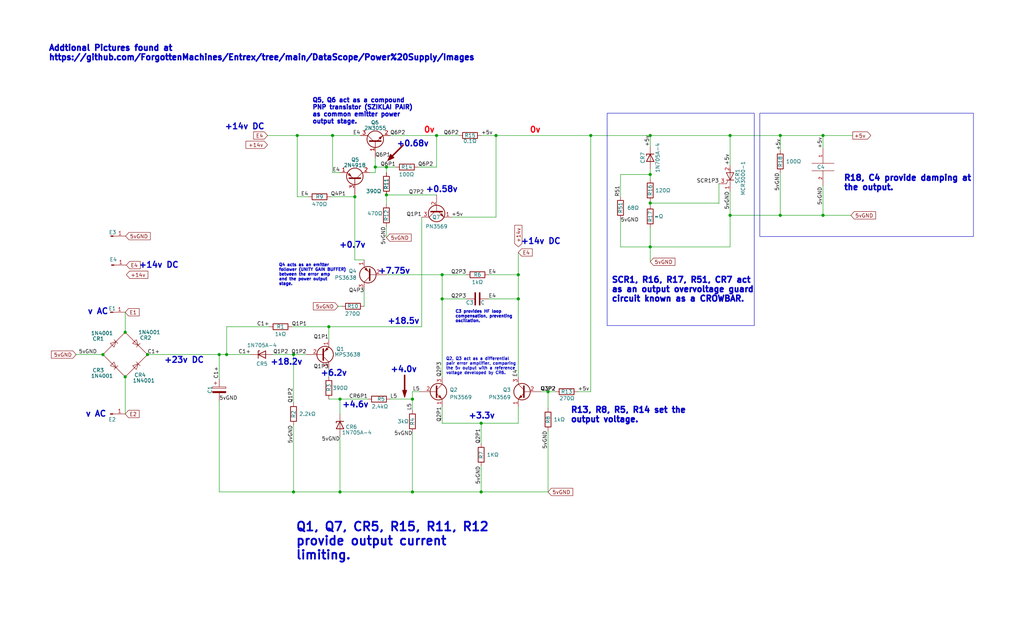
<source format=kicad_sch>
(kicad_sch (version 20230121) (generator eeschema)
  (paper "User" 350.012 219.989)
  (lib_symbols
    (symbol "Device:C" (pin_numbers hide) (pin_names (offset 0.254))
      (property "Reference" "C" (at 0.635 2.54 0))
      (property "Value" "C" (at 0.635 -2.54 0))
      (symbol "C_0_1"
        (polyline (pts (xy -2.032 -0.762) (xy 2.032 -0.762)) (stroke (width 0.508)))
        (polyline (pts (xy -2.032 0.762) (xy 2.032 0.762)) (stroke (width 0.508)))
      )
      (symbol "C_1_1"
        (pin passive line (at 0 3.81 270) (length 2.794) (name "~") (number "1"))
        (pin passive line (at 0 -3.81 90) (length 2.794) (name "~") (number "2"))
      )
    )
    (symbol "Device:C_Polarized" (pin_numbers hide) (pin_names (offset 0.254))
      (property "Reference" "C" (at 0.635 2.54 0))
      (property "Value" "C_Polarized" (at 0.635 -2.54 0))
      (symbol "C_Polarized_0_1"
        (rectangle (start -2.286 0.508) (end 2.286 1.016))
        (polyline (pts (xy -1.778 2.286) (xy -0.762 2.286)))
        (polyline (pts (xy -1.27 2.794) (xy -1.27 1.778)))
        (rectangle (start 2.286 -0.508) (end -2.286 -1.016) (fill (type outline)))
      )
      (symbol "C_Polarized_1_1"
        (pin passive line (at 0 3.81 270) (length 2.794) (name "~") (number "1"))
        (pin passive line (at 0 -3.81 90) (length 2.794) (name "~") (number "2"))
      )
    )
    (symbol "Device:D_Zener" (pin_numbers hide) (pin_names (offset 1.016) hide)
      (property "Reference" "D" (at 0 2.54 0))
      (property "Value" "D_Zener" (at 0 -2.54 0))
      (symbol "D_Zener_0_1"
        (polyline (pts (xy 1.27 0) (xy -1.27 0)))
        (polyline (pts (xy -1.27 -1.27) (xy -1.27 1.27) (xy -0.762 1.27)) (stroke (width 0.254)))
        (polyline (pts (xy 1.27 -1.27) (xy 1.27 1.27) (xy -1.27 0) (xy 1.27 -1.27)) (stroke (width 0.254)))
      )
      (symbol "D_Zener_1_1"
        (pin passive line (at -3.81 0 0) (length 2.54) (name "K") (number "1"))
        (pin passive line (at 3.81 0 180) (length 2.54) (name "A") (number "2"))
      )
    )
    (symbol "Device:R" (pin_numbers hide) (pin_names (offset 0))
      (property "Reference" "R" (at 2.032 0 90))
      (property "Value" "R" (at 0 0 90))
      (symbol "R_0_1"
        (rectangle (start -1.016 -2.54) (end 1.016 2.54) (stroke (width 0.254)))
      )
      (symbol "R_1_1"
        (pin passive line (at 0 3.81 270) (length 1.27) (name "~") (number "1"))
        (pin passive line (at 0 -3.81 90) (length 1.27) (name "~") (number "2"))
      )
    )
    (symbol "Forgotten Machines:2N4918" (pin_names (offset 0) hide)
      (property "Reference" "Q" (at 5.08 1.905 0))
      (property "Value" "2N4918" (at 5.08 0 0))
      (symbol "2N4918_0_1"
        (polyline (pts (xy 0.635 0.635) (xy 2.54 2.54)))
        (polyline (pts (xy 0.635 -0.635) (xy 2.54 -2.54) (xy 2.54 -2.54)))
        (polyline (pts (xy 0.635 1.905) (xy 0.635 -1.905) (xy 0.635 -1.905)) (stroke (width 0.508)))
        (polyline (pts (xy 2.286 -1.778) (xy 1.778 -2.286) (xy 1.27 -1.27) (xy 2.286 -1.778) (xy 2.286 -1.778)) (fill (type outline)))
        (circle (center 1.27 0) (radius 2.8194) (stroke (width 0.254)))
      )
      (symbol "2N4918_1_1"
        (pin passive line (at 2.54 -5.08 90) (length 2.54) (name "E") (number "1"))
        (pin passive line (at 2.54 5.08 270) (length 2.54) (name "C") (number "2"))
        (pin input line (at -5.08 0 0) (length 5.715) (name "B") (number "3"))
      )
    )
    (symbol "Forgotten Machines:CAP_Large_Polarized_-_Entrex_Trapezoid" (pin_names (offset 0.254))
      (property "Reference" "C14" (at -2.54 0 0))
      (property "Value" "CAP" (at 3.81 2.54 0))
      (symbol "CAP_Large_Polarized_-_Entrex_Trapezoid_0_1"
        (polyline (pts (xy -3.81 -1.27) (xy 3.81 -1.27)))
        (polyline (pts (xy -3.81 1.27) (xy 3.81 1.27)))
      )
      (symbol "CAP_Large_Polarized_-_Entrex_Trapezoid_1_1"
        (pin passive line (at 0 6.35 270) (length 5.08) (name "~") (number "1"))
        (pin passive line (at 0 -6.35 90) (length 5.08) (name "~") (number "2"))
      )
    )
    (symbol "ForgottenMachines:Diagonal Diode for Full Wave Bridge Lower" (pin_names (offset 0))
      (property "Reference" "CR" (at -1.27 0 0))
      (property "Value" "1N4001" (at -1.27 -2.54 0))
      (symbol "Diagonal Diode for Full Wave Bridge Lower_0_1"
        (polyline (pts (xy -5.08 -1.27) (xy 2.54 6.35)))
        (polyline (pts (xy -1.27 3.81) (xy 0 2.54)))
        (polyline (pts (xy -0.635 3.175) (xy -2.54 2.54) (xy -1.27 1.27) (xy -0.635 3.175)))
      )
      (symbol "Diagonal Diode for Full Wave Bridge Lower_1_1"
        (pin passive line (at 2.54 6.35 180) (length 0) (name "") (number ""))
        (pin passive line (at -5.08 -1.27 90) (length 0) (name "~") (number ""))
      )
    )
    (symbol "ForgottenMachines:FPN3569_Transistor" (pin_names (offset 0) hide)
      (property "Reference" "Q" (at 5.08 1.905 0))
      (property "Value" "PN3569" (at 5.08 0 0))
      (symbol "FPN3569_Transistor_0_1"
        (polyline (pts (xy 0.635 0.635) (xy 2.54 2.54)))
        (polyline (pts (xy 0.635 -0.635) (xy 2.54 -2.54) (xy 2.54 -2.54)))
        (polyline (pts (xy 0.635 1.905) (xy 0.635 -1.905) (xy 0.635 -1.905)) (stroke (width 0.508)))
        (polyline (pts (xy 1.27 -1.778) (xy 1.778 -1.27) (xy 2.286 -2.286) (xy 1.27 -1.778) (xy 1.27 -1.778)) (fill (type outline)))
        (circle (center 1.27 0) (radius 2.8194) (stroke (width 0.254)))
      )
      (symbol "FPN3569_Transistor_1_1"
        (pin passive line (at 2.54 -5.08 90) (length 2.54) (name "E") (number "1"))
        (pin passive line (at -5.08 0 0) (length 5.715) (name "B") (number "2"))
        (pin passive line (at 2.54 5.08 270) (length 2.54) (name "C") (number "3"))
      )
    )
    (symbol "ForgottenMachines:MCR3000-1" (pin_names (offset 0) hide)
      (property "Reference" "SCR" (at 1.27 3.81 0))
      (property "Value" "MCR3000-1" (at 1.27 1.905 0))
      (symbol "MCR3000-1_0_1"
        (polyline (pts (xy 1.27 -1.27) (xy 1.27 1.27)) (stroke (width 0.2032)))
        (polyline (pts (xy 2.54 -1.27) (xy 1.27 -0.635)))
        (polyline (pts (xy 2.54 0) (xy -2.54 0)))
        (polyline (pts (xy -1.27 -1.27) (xy -1.27 1.27) (xy 1.27 0) (xy -1.27 -1.27)) (stroke (width 0.2032)))
      )
      (symbol "MCR3000-1_1_1"
        (pin passive line (at 5.08 0 180) (length 2.54) (name "K") (number "1"))
        (pin passive line (at -3.81 0 0) (length 2.54) (name "A") (number "2"))
        (pin input line (at 2.54 -3.81 90) (length 2.54) (name "G") (number "3"))
      )
    )
    (symbol "ForgottenMachines:MPS3638_Transistor" (pin_names (offset 0) hide)
      (property "Reference" "Q" (at 5.08 1.905 0))
      (property "Value" "MPS3638" (at 5.08 0 0))
      (symbol "MPS3638_Transistor_0_1"
        (polyline (pts (xy 0.635 0.635) (xy 2.54 2.54)))
        (polyline (pts (xy 0.635 -0.635) (xy 2.54 -2.54) (xy 2.54 -2.54)))
        (polyline (pts (xy 0.635 1.905) (xy 0.635 -1.905) (xy 0.635 -1.905)) (stroke (width 0.508)))
        (polyline (pts (xy 2.286 -1.778) (xy 1.778 -2.286) (xy 1.27 -1.27) (xy 2.286 -1.778) (xy 2.286 -1.778)) (fill (type outline)))
        (circle (center 1.27 0) (radius 2.8194) (stroke (width 0.254)))
      )
      (symbol "MPS3638_Transistor_1_1"
        (pin passive line (at 2.54 -5.08 90) (length 2.54) (name "E") (number "1"))
        (pin input line (at -5.08 0 0) (length 5.715) (name "B") (number "2"))
        (pin passive line (at 2.54 5.08 270) (length 2.54) (name "C") (number "3"))
      )
    )
    (symbol "ForgottenMachines:Spade_Lug_Connector_-_Entrex_PSU" (pin_names (offset 1.016) hide)
      (property "Reference" "E" (at 0 2.54 0))
      (symbol "Spade_Lug_Connector_-_Entrex_PSU_1_1"
        (polyline (pts (xy 1.27 0) (xy 0.8636 0)) (stroke (width 0.1524)))
        (rectangle (start 0.8636 0.127) (end 0 -0.127) (stroke (width 0.1524)) (fill (type outline)))
        (pin passive line (at 5.08 0 180) (length 3.81) (name "Pin_1") (number "1"))
      )
    )
    (symbol "Graphic:SYM_Arrow45_Large" (in_bom no) (on_board no)
      (symbol "SYM_Arrow45_Large_0_1"
        (polyline (pts (xy -2.54 2.54) (xy 2.286 -2.286)) (stroke (width 0.508)))
        (polyline (pts (xy 2.794 -2.794) (xy 0.508 -1.778) (xy 1.778 -0.508) (xy 2.794 -2.794)) (fill (type outline)))
      )
    )
    (symbol "Graphic:SYM_Arrow_Large" (in_bom no) (on_board no)
      (symbol "SYM_Arrow_Large_0_1"
        (polyline (pts (xy 2.54 0) (xy -3.81 0)) (stroke (width 0.508)))
        (polyline (pts (xy 3.81 0) (xy 1.27 -0.762) (xy 1.27 0.762) (xy 3.81 0)) (fill (type outline)))
      )
    )
    (symbol "MPS3638_Transistor_1" (pin_names (offset 0) hide)
      (property "Reference" "Q" (at 5.08 1.905 0))
      (property "Value" "\nPS3638" (at 5.08 0 0))
      (symbol "MPS3638_Transistor_1_0_1"
        (polyline (pts (xy 0.635 0.635) (xy 2.54 2.54)))
        (polyline (pts (xy 0.635 -0.635) (xy 2.54 -2.54) (xy 2.54 -2.54)))
        (polyline (pts (xy 0.635 1.905) (xy 0.635 -1.905) (xy 0.635 -1.905)) (stroke (width 0.508)))
        (polyline (pts (xy 2.286 -1.778) (xy 1.778 -2.286) (xy 1.27 -1.27) (xy 2.286 -1.778) (xy 2.286 -1.778)) (fill (type outline)))
        (circle (center 1.27 0) (radius 2.8194) (stroke (width 0.254)))
      )
      (symbol "MPS3638_Transistor_1_1_1"
        (pin passive line (at 2.54 -5.08 90) (length 2.54) (name "E") (number "1"))
        (pin input line (at -5.08 0 0) (length 5.715) (name "B") (number "2"))
        (pin passive line (at 2.54 5.08 270) (length 2.54) (name "C") (number "3"))
      )
    )
    (symbol "Transistor_BJT:2N3055" (pin_names (offset 0) hide)
      (property "Reference" "Q" (at 5.08 1.905 0))
      (property "Value" "2N3055" (at 5.08 0 0))
      (symbol "2N3055_0_1"
        (polyline (pts (xy 0.635 0.635) (xy 2.54 2.54)))
        (polyline (pts (xy 0.635 -0.635) (xy 2.54 -2.54) (xy 2.54 -2.54)))
        (polyline (pts (xy 0.635 1.905) (xy 0.635 -1.905) (xy 0.635 -1.905)) (stroke (width 0.508)))
        (polyline (pts (xy 1.27 -1.778) (xy 1.778 -1.27) (xy 2.286 -2.286) (xy 1.27 -1.778) (xy 1.27 -1.778)) (fill (type outline)))
        (circle (center 1.27 0) (radius 2.8194) (stroke (width 0.254)))
      )
      (symbol "2N3055_1_1"
        (pin input line (at -5.08 0 0) (length 5.715) (name "B") (number "1"))
        (pin passive line (at 2.54 -5.08 90) (length 2.54) (name "E") (number "2"))
        (pin passive line (at 2.54 5.08 270) (length 2.54) (name "C") (number "3"))
      )
    )
  )
  (junction (at 100.33 168.275))
  (junction (at 177.165 93.98))
  (junction (at 132.08 57.15))
  (junction (at 151.13 102.235))
  (junction (at 169.545 46.355))
  (junction (at 164.465 144.78))
  (junction (at 116.205 168.275))
  (junction (at 222.25 59.69))
  (junction (at 222.25 69.469))
  (junction (at 164.465 168.275))
  (junction (at 35.179 121.285))
  (junction (at 222.25 46.355))
  (junction (at 116.205 136.525))
  (junction (at 128.27 57.15))
  (junction (at 140.97 168.275))
  (junction (at 149.225 46.355))
  (junction (at 74.93 121.285))
  (junction (at 77.47 121.285))
  (junction (at 132.08 66.675))
  (junction (at 151.13 93.98))
  (junction (at 187.325 133.985))
  (junction (at 201.93 46.355))
  (junction (at 177.165 102.235))
  (junction (at 113.665 46.355))
  (junction (at 222.25 84.455))
  (junction (at 112.395 111.76))
  (junction (at 121.285 67.31))
  (junction (at 101.6 46.355))
  (junction (at 281.305 46.355))
  (junction (at 50.419 121.285))
  (junction (at 42.799 113.665))
  (junction (at 266.7 73.66))
  (junction (at 249.555 73.66))
  (junction (at 140.97 136.525))
  (junction (at 266.7 46.355))
  (junction (at 249.555 46.355))
  (junction (at 281.305 73.66))
  (junction (at 100.33 121.285))
  (junction (at 42.799 128.905))
  (wire (pts (xy 121.285 67.31) (xy 121.285 88.9)))
  (wire (pts (xy 149.225 57.15) (xy 149.225 46.355)))
  (wire (pts (xy 169.545 74.295) (xy 169.545 46.355)))
  (wire (pts (xy 164.465 144.78) (xy 164.465 151.765)))
  (wire (pts (xy 140.97 133.985) (xy 143.51 133.985)))
  (wire (pts (xy 222.25 84.455) (xy 249.555 84.455)))
  (wire (pts (xy 201.93 133.985) (xy 201.93 46.355)))
  (wire (pts (xy 266.7 73.66) (xy 281.305 73.66)))
  (wire (pts (xy 105.41 67.31) (xy 101.6 67.31)))
  (wire (pts (xy 249.555 65.405) (xy 249.555 73.66)))
  (wire (pts (xy 116.205 136.525) (xy 116.205 141.605)))
  (wire (pts (xy 112.395 116.205) (xy 112.395 111.76)))
  (wire (pts (xy 140.97 136.525) (xy 140.97 140.335)))
  (wire (pts (xy 121.285 88.9) (xy 124.46 88.9)))
  (wire (pts (xy 74.93 121.285) (xy 77.47 121.285)))
  (wire (pts (xy 116.205 168.275) (xy 100.33 168.275)))
  (wire (pts (xy 245.618 69.469) (xy 222.25 69.469)))
  (wire (pts (xy 112.395 111.76) (xy 144.145 111.76)))
  (wire (pts (xy 50.419 121.285) (xy 74.93 121.285)))
  (wire (pts (xy 132.08 66.675) (xy 149.225 66.675)))
  (wire (pts (xy 281.305 63.5) (xy 281.305 73.66)))
  (wire (pts (xy 132.08 66.675) (xy 132.08 69.85)))
  (wire (pts (xy 128.27 53.975) (xy 128.27 57.15)))
  (wire (pts (xy 151.13 102.235) (xy 151.13 128.905)))
  (wire (pts (xy 42.799 106.807) (xy 42.799 113.665)))
  (wire (pts (xy 151.13 93.98) (xy 159.385 93.98)))
  (wire (pts (xy 26.035 121.285) (xy 35.179 121.285)))
  (wire (pts (xy 128.27 57.15) (xy 132.08 57.15)))
  (wire (pts (xy 99.695 111.76) (xy 112.395 111.76)))
  (wire (pts (xy 281.305 46.355) (xy 281.305 50.8)))
  (wire (pts (xy 177.165 86.36) (xy 177.165 93.98)))
  (wire (pts (xy 133.35 46.355) (xy 149.225 46.355)))
  (wire (pts (xy 169.545 46.355) (xy 201.93 46.355)))
  (wire (pts (xy 222.25 68.961) (xy 222.25 69.469)))
  (wire (pts (xy 128.27 57.15) (xy 128.27 59.055)))
  (wire (pts (xy 93.345 121.285) (xy 100.33 121.285)))
  (wire (pts (xy 222.25 59.69) (xy 222.25 61.341)))
  (wire (pts (xy 281.305 73.66) (xy 290.83 73.66)))
  (wire (pts (xy 101.6 46.355) (xy 101.6 67.31)))
  (wire (pts (xy 124.46 99.06) (xy 124.46 104.775)))
  (wire (pts (xy 249.555 46.355) (xy 266.7 46.355)))
  (wire (pts (xy 187.325 133.985) (xy 187.325 139.7)))
  (wire (pts (xy 212.09 74.93) (xy 212.09 84.455)))
  (wire (pts (xy 116.84 104.775) (xy 115.57 104.775)))
  (wire (pts (xy 128.27 59.055) (xy 126.365 59.055)))
  (wire (pts (xy 74.93 137.16) (xy 74.93 168.275)))
  (wire (pts (xy 164.465 144.78) (xy 177.165 144.78)))
  (wire (pts (xy 154.305 74.295) (xy 169.545 74.295)))
  (wire (pts (xy 116.205 149.225) (xy 116.205 168.275)))
  (wire (pts (xy 140.97 168.275) (xy 116.205 168.275)))
  (wire (pts (xy 42.799 128.905) (xy 42.799 141.605)))
  (wire (pts (xy 100.33 168.275) (xy 74.93 168.275)))
  (wire (pts (xy 113.665 46.355) (xy 123.19 46.355)))
  (wire (pts (xy 222.25 69.469) (xy 222.25 70.231)))
  (wire (pts (xy 245.745 62.865) (xy 245.745 69.723)))
  (wire (pts (xy 222.25 84.455) (xy 222.25 89.535)))
  (wire (pts (xy 74.93 121.285) (xy 74.93 129.54)))
  (wire (pts (xy 113.665 59.055) (xy 113.665 46.355)))
  (wire (pts (xy 77.47 111.76) (xy 77.47 121.285)))
  (wire (pts (xy 116.205 136.525) (xy 125.73 136.525)))
  (wire (pts (xy 201.93 46.355) (xy 222.25 46.355)))
  (wire (pts (xy 164.465 168.275) (xy 140.97 168.275)))
  (wire (pts (xy 249.555 84.455) (xy 249.555 73.66)))
  (wire (pts (xy 212.09 67.31) (xy 212.09 59.69)))
  (wire (pts (xy 222.25 46.355) (xy 222.25 50.165)))
  (wire (pts (xy 91.44 46.355) (xy 101.6 46.355)))
  (wire (pts (xy 112.395 136.525) (xy 116.205 136.525)))
  (wire (pts (xy 222.25 77.851) (xy 222.25 84.455)))
  (wire (pts (xy 187.325 133.985) (xy 189.865 133.985)))
  (wire (pts (xy 249.555 46.355) (xy 249.555 56.515)))
  (wire (pts (xy 112.395 126.365) (xy 112.395 128.905)))
  (wire (pts (xy 92.075 111.76) (xy 77.47 111.76)))
  (wire (pts (xy 151.13 144.78) (xy 164.465 144.78)))
  (wire (pts (xy 177.165 102.235) (xy 177.165 93.98)))
  (wire (pts (xy 140.97 133.985) (xy 140.97 136.525)))
  (wire (pts (xy 212.09 59.69) (xy 222.25 59.69)))
  (wire (pts (xy 116.205 59.055) (xy 113.665 59.055)))
  (wire (pts (xy 164.465 159.385) (xy 164.465 168.275)))
  (wire (pts (xy 266.7 59.055) (xy 266.7 73.66)))
  (wire (pts (xy 149.225 46.355) (xy 156.845 46.355)))
  (wire (pts (xy 151.13 102.235) (xy 159.385 102.235)))
  (wire (pts (xy 100.33 121.285) (xy 104.775 121.285)))
  (wire (pts (xy 187.325 147.32) (xy 187.325 168.275)))
  (wire (pts (xy 177.165 102.235) (xy 177.165 128.905)))
  (wire (pts (xy 222.25 57.785) (xy 222.25 59.69)))
  (wire (pts (xy 177.165 139.065) (xy 177.165 144.78)))
  (wire (pts (xy 187.325 168.275) (xy 164.465 168.275)))
  (wire (pts (xy 164.465 46.355) (xy 169.545 46.355)))
  (wire (pts (xy 132.08 93.98) (xy 151.13 93.98)))
  (wire (pts (xy 184.785 133.985) (xy 187.325 133.985)))
  (wire (pts (xy 132.08 57.15) (xy 135.255 57.15)))
  (wire (pts (xy 222.25 46.355) (xy 249.555 46.355)))
  (wire (pts (xy 77.47 121.285) (xy 85.725 121.285)))
  (wire (pts (xy 167.005 102.235) (xy 177.165 102.235)))
  (wire (pts (xy 113.03 67.31) (xy 121.285 67.31)))
  (wire (pts (xy 100.33 121.285) (xy 100.33 137.795)))
  (wire (pts (xy 101.6 46.355) (xy 113.665 46.355)))
  (wire (pts (xy 281.305 46.355) (xy 291.465 46.355)))
  (wire (pts (xy 266.7 46.355) (xy 281.305 46.355)))
  (wire (pts (xy 212.09 84.455) (xy 222.25 84.455)))
  (wire (pts (xy 249.555 73.66) (xy 266.7 73.66)))
  (wire (pts (xy 133.35 136.525) (xy 140.97 136.525)))
  (wire (pts (xy 140.97 147.955) (xy 140.97 168.275)))
  (wire (pts (xy 100.33 145.415) (xy 100.33 168.275)))
  (wire (pts (xy 167.005 93.98) (xy 177.165 93.98)))
  (wire (pts (xy 142.875 57.15) (xy 149.225 57.15)))
  (wire (pts (xy 121.285 67.31) (xy 121.285 66.675)))
  (wire (pts (xy 132.08 77.47) (xy 132.08 81.28)))
  (wire (pts (xy 144.145 74.295) (xy 144.145 111.76)))
  (wire (pts (xy 151.13 93.98) (xy 151.13 102.235)))
  (wire (pts (xy 132.08 57.15) (xy 132.08 59.055)))
  (wire (pts (xy 197.485 133.985) (xy 201.93 133.985)))
  (wire (pts (xy 266.7 46.355) (xy 266.7 51.435)))
  (wire (pts (xy 151.13 139.065) (xy 151.13 144.78)))
  (rectangle (start 207.518 38.735) (end 257.81 111.379))
  (rectangle (start 259.715 38.735) (end 332.74 80.899))
  (text "+18.2v" (at 103.505 125.095 0) (effects (font (size 2 2) (thickness 0.4) bold) (justify right bottom)))
  (text "+4.6v" (at 116.84 139.7 0) (effects (font (size 2 2) (thickness 0.4) bold) (justify left bottom)))
  (text "+0.58v" (at 145.415 66.04 0) (effects (font (size 2 2) (thickness 0.4) bold) (justify left bottom)))
  (text "Q1, Q7, CR5, R15, R11, R12 \nprovide output current \nlimiting." (at 100.965 191.77 0) (effects (font (size 3 3) (thickness 0.6) bold) (justify left bottom)))
  (text "v AC" (at 29.845 107.823 0) (effects (font (size 2 2) (thickness 0.4) bold) (justify left bottom)))
  (text "+0.68v" (at 135.509 50.419 0) (effects (font (size 2 2) (thickness 0.4) bold) (justify left bottom)))
  (text "0v" (at 180.975 45.72 0) (effects (font (size 2 2) (thickness 0.4) bold) (justify left bottom)))
  (text "R18, C4 provide damping at\nthe output." (at 288.29 65.405 0) (effects (font (size 2 2) (thickness 0.6) bold) (justify left bottom)))
  (text "+4.0v" (at 133.35 127.635 0) (effects (font (size 2 2) (thickness 0.4) bold) (justify left bottom)))
  (text "+7.75v" (at 140.335 93.98 0) (effects (font (size 2 2) (thickness 0.4) bold) (justify right bottom)))
  (text "+3.3v" (at 160.02 143.51 0) (effects (font (size 2 2) (thickness 0.4) bold) (justify left bottom)))
  (text "+6.2v" (at 118.745 128.905 0) (effects (font (size 2 2) (thickness 0.4) bold) (justify right bottom)))
  (text "+14v DC" (at 61.214 91.948 0) (effects (font (size 2 2) (thickness 0.4) bold) (justify right bottom)))
  (text "R13, R8, R5, R14 set the\noutput voltage.\n" (at 194.945 144.78 0) (effects (font (size 2 2) (thickness 0.6) bold) (justify left bottom)))
  (text "SCR1, R16, R17, R51, CR7 act \nas an output overvoltage guard\ncircuit known as a CROWBAR." (at 208.915 103.505 0) (effects (font (size 2 2) (thickness 0.6) bold) (justify left bottom)))
  (text "0v" (at 144.78 45.72 0) (effects (font (size 2 2) (thickness 0.4) bold) (justify left bottom)))
  (text "+14v DC" (at 191.77 83.82 0) (effects (font (size 2 2) (thickness 0.4) bold) (justify right bottom)))
  (text "Q4 acts as an emitter\nfollower (UNITY GAIN BUFFER)\nbetween the error amp\nand the power output\nstage." (at 95.25 97.79 0) (effects (font (size 1 1) (thickness 0.6) bold) (justify left bottom)))
  (text "+14v DC" (at 90.551 44.577 0) (effects (font (size 2 2) (thickness 0.4) bold) (justify right bottom)))
  (text "Addtional Pictures found at\nhttps://github.com/ForgottenMachines/Entrex/tree/main/DataScope/Power%20Supply/Images\n" (at 16.51 20.955 0) (effects (font (size 2 2) (thickness 1) bold) (justify left bottom)))
  (text "Q5, Q6 act as a compound \nPNP transistor (SZIKLAI PAIR)\nas common emitter power\noutput stage." (at 106.68 42.545 0) (effects (font (size 1.5 1.5) (thickness 0.6) bold) (justify left bottom)))
  (text "+18.5v" (at 143.51 111.125 0) (effects (font (size 2 2) (thickness 0.4) bold) (justify right bottom)))
  (text "Q2, Q3 act as a differential\npair error amplifier, comparing\nthe 5v output with a reference\nvoltage developed by CR6." (at 152.4 128.27 0) (effects (font (size 1 1) (thickness 0.2) bold) (justify left bottom)))
  (text "v AC" (at 36.449 142.875 0) (effects (font (size 2 2) (thickness 0.4) bold) (justify right bottom)))
  (text "C3 provides HF loop \ncompensation, preventing\noscillation." (at 155.575 110.49 0) (effects (font (size 1 1) (thickness 0.6) bold) (justify left bottom)))
  (text "+0.7v" (at 125.095 85.09 0) (effects (font (size 2 2) (thickness 0.4) bold) (justify right bottom)))
  (text "+23v DC" (at 56.007 124.46 0) (effects (font (size 2 2) (thickness 0.4) bold) (justify left bottom)))
  (label "C1+" (at 50.419 121.285 0))
  (label "Q1P1" (at 144.145 74.295 180))
  (label "5vGND" (at 249.555 65.405 270))
  (label "Q2P1" (at 164.465 151.765 90))
  (label "5vGND" (at 212.09 76.2 0))
  (label "Q6P2" (at 156.845 46.355 180))
  (label "R51" (at 212.09 67.31 90))
  (label "5vGND" (at 33.147 121.285 180))
  (label "Q2P3" (at 159.385 93.98 180))
  (label "+5v" (at 222.25 50.165 90))
  (label "+5v" (at 249.555 56.515 90))
  (label "Q1P3" (at 112.395 126.365 180))
  (label "C1+" (at 92.075 111.76 180))
  (label "Q2P3" (at 151.13 128.905 90))
  (label "Q6P2" (at 133.35 46.355 0))
  (label "+5v" (at 197.485 133.985 0))
  (label "5vGND" (at 116.205 151.13 180))
  (label "E4" (at 167.005 93.98 0))
  (label "5vGND" (at 100.33 145.415 270))
  (label "SCR1P3" (at 245.745 62.865 180))
  (label "Q2P3" (at 159.385 102.235 180))
  (label "CR6P1" (at 125.73 136.525 180))
  (label "Q4P1" (at 113.03 67.31 0))
  (label "Q1P2" (at 104.775 121.285 180))
  (label "5vGND" (at 74.93 137.16 0))
  (label "Q1P1" (at 112.395 116.205 180))
  (label "Q1P1" (at 99.695 111.76 0))
  (label "+5v" (at 267.081 51.435 90))
  (label "C1+" (at 85.725 121.285 180))
  (label "L5" (at 140.97 140.335 90))
  (label "+5v" (at 281.305 50.8 90))
  (label "5vGND" (at 132.08 77.47 270))
  (label "5vGND" (at 266.7 59.055 270))
  (label "C1+" (at 74.93 129.54 90))
  (label "5vGND" (at 281.305 63.881 270))
  (label "Q6P2" (at 142.875 57.15 0))
  (label "E4" (at 167.005 102.235 0))
  (label "Q1P2" (at 100.33 137.795 90))
  (label "E4" (at 105.41 67.31 180))
  (label "5vGND" (at 187.325 147.32 270))
  (label "5vGND" (at 164.465 159.385 270))
  (label "+5v" (at 164.465 46.355 0))
  (label "Q6P1" (at 128.27 53.975 0))
  (label "L5" (at 143.51 133.985 180))
  (label "Q4P3" (at 124.46 100.33 180))
  (label "L5" (at 133.35 136.525 0))
  (label "5vGND" (at 140.97 149.225 180))
  (label "Q1P2" (at 93.345 121.285 0))
  (label "E4" (at 116.205 59.055 180))
  (label "Q3P2" (at 189.865 133.985 180))
  (label "Q2P1" (at 151.13 139.065 270))
  (label "Q7P2" (at 139.7 66.675 0))
  (label "Q6P1" (at 135.255 57.15 180))
  (label "E4" (at 177.165 128.905 90))
  (label "+5v" (at 154.305 74.295 0))
  (label "Q3P2" (at 184.785 133.985 0))
  (label "E4" (at 123.19 46.355 180))
  (global_label "E4" (shape input) (at 43.18 90.678 0) (property "Intersheetrefs" "${INTERSHEET_REFS}" (effects hide)))
  (global_label "5vGND" (shape input) (at 187.325 168.275 0) (property "Intersheetrefs" "${INTERSHEET_REFS}" (effects hide)))
  (global_label "+14v" (shape input) (at 43.18 93.98 0) (property "Intersheetrefs" "${INTERSHEET_REFS}" (effects hide)))
  (global_label "5vGND" (shape input) (at 222.25 89.535 0) (property "Intersheetrefs" "${INTERSHEET_REFS}" (effects hide)))
  (global_label "+5v" (shape output) (at 291.465 46.355 0) (property "Intersheetrefs" "${INTERSHEET_REFS}" (effects hide)))
  (global_label "+14v" (shape input) (at 91.44 49.53 180) (property "Intersheetrefs" "${INTERSHEET_REFS}" (effects hide)))
  (global_label "5vGND" (shape input) (at 132.08 81.28 0) (property "Intersheetrefs" "${INTERSHEET_REFS}" (effects hide)))
  (global_label "+14v" (shape input) (at 177.165 84.455 90) (property "Intersheetrefs" "${INTERSHEET_REFS}" (effects hide)))
  (global_label "E4" (shape input) (at 177.165 86.36 0) (property "Intersheetrefs" "${INTERSHEET_REFS}" (effects hide)))
  (global_label "5vGND" (shape input) (at 290.83 73.66 0) (property "Intersheetrefs" "${INTERSHEET_REFS}" (effects hide)))
  (global_label "E2" (shape input) (at 42.799 141.605 0) (property "Intersheetrefs" "${INTERSHEET_REFS}" (effects hide)))
  (global_label "E1" (shape input) (at 42.799 106.807 0) (property "Intersheetrefs" "${INTERSHEET_REFS}" (effects hide)))
  (global_label "5vGND" (shape input) (at 115.57 104.775 180) (property "Intersheetrefs" "${INTERSHEET_REFS}" (effects hide)))
  (global_label "5vGND" (shape input) (at 42.926 80.772 0) (property "Intersheetrefs" "${INTERSHEET_REFS}" (effects hide)))
  (global_label "5vGND" (shape input) (at 26.035 121.285 180) (property "Intersheetrefs" "${INTERSHEET_REFS}" (effects hide)))
  (global_label "E4" (shape input) (at 91.44 46.355 180) (property "Intersheetrefs" "${INTERSHEET_REFS}" (effects hide)))
  (symbol (lib_id "Device:R") (at 112.395 132.715 0) (unit 1)
    (property "Reference" "R3" (at 112.395 133.985 90) (effects (justify left)))
    (property "Value" "390Ω" (at 113.665 132.715 0) (effects (justify left)))
    (property "Footprint" "Resistor_THT:R_Axial_DIN0411_L9.9mm_D3.6mm_P12.70mm_Horizontal" (effects hide))
  )
  (symbol (lib_id "Device:R") (at 212.09 71.12 0) (mirror y) (unit 1)
    (property "Reference" "R51" (at 212.09 73.025 90) (effects (justify left)))
    (property "Value" "68Ω" (at 218.44 71.12 0) (effects (justify left)))
    (property "Footprint" "Resistor_THT:R_Axial_DIN0411_L9.9mm_D3.6mm_P12.70mm_Horizontal" (effects hide))
  )
  (symbol (lib_id "Device:R") (at 100.33 141.605 0) (mirror y) (unit 1)
    (property "Reference" "R2" (at 100.33 140.335 90) (effects (justify right)))
    (property "Value" "2.2kΩ" (at 102.235 141.605 0) (effects (justify right)))
    (property "Footprint" "Resistor_THT:R_Axial_DIN0411_L9.9mm_D3.6mm_P12.70mm_Horizontal" (effects hide))
  )
  (symbol (lib_id "Device:R") (at 187.325 143.51 0) (mirror x) (unit 1)
    (property "Reference" "R8" (at 187.325 142.24 90) (effects (justify left)))
    (property "Value" "1kΩ" (at 189.23 143.51 0) (effects (justify left)))
    (property "Footprint" "Resistor_THT:R_Axial_DIN0411_L9.9mm_D3.6mm_P12.70mm_Horizontal" (effects hide))
  )
  (symbol (lib_id "Device:D_Zener") (at 116.205 145.415 90) (mirror x) (unit 1)
    (property "Reference" "CR6" (at 118.11 146.05 90) (effects (justify right)))
    (property "Value" "1N705A-4" (at 116.84 147.955 90) (effects (justify right)))
  )
  (symbol (lib_id "Device:R") (at 164.465 155.575 0) (mirror x) (unit 1)
    (property "Reference" "R7" (at 164.465 154.305 90) (effects (justify left)))
    (property "Value" "1KΩ" (at 166.37 155.575 0) (effects (justify left)))
    (property "Footprint" "Resistor_THT:R_Axial_DIN0411_L9.9mm_D3.6mm_P12.70mm_Horizontal" (effects hide))
  )
  (symbol (lib_id "ForgottenMachines:Diagonal Diode for Full Wave Bridge Lower") (at 36.449 126.365 270) (unit 1)
    (property "Reference" "CR3" (at 33.5915 126.6825 90))
    (property "Value" "1N4001" (at 34.8615 128.5875 90))
    (property "Footprint" "Diode_THT:D_DO-41_SOD81_P12.70mm_Horizontal" (effects hide))
  )
  (symbol (lib_id "Device:R") (at 109.22 67.31 270) (mirror x) (unit 1)
    (property "Reference" "R9" (at 109.22 67.31 90))
    (property "Value" "470Ω" (at 109.22 69.85 90))
    (property "Footprint" "Resistor_THT:R_Axial_DIN0309_L9.0mm_D3.2mm_P12.70mm_Horizontal" (effects hide))
  )
  (symbol (lib_id "Device:R") (at 140.97 144.145 180) (unit 1)
    (property "Reference" "R4" (at 140.97 142.875 90) (effects (justify left)))
    (property "Value" "3kΩ" (at 137.795 144.145 0))
    (property "Footprint" "Resistor_THT:R_Axial_DIN0309_L9.0mm_D3.2mm_P12.70mm_Horizontal" (effects hide))
  )
  (symbol (lib_id "ForgottenMachines:Spade_Lug_Connector_-_Entrex_PSU") (at 37.719 141.605 0) (mirror x) (unit 1)
    (property "Reference" "E2" (at 38.354 143.51 0))
    (property "Value" "Conn_01x01_Pin" (effects hide))
    (property "Footprint" "Connector_PinHeader_1.00mm:PinHeader_1x01_P1.00mm_Vertical" (effects hide))
  )
  (symbol (lib_id "Device:R") (at 95.885 111.76 270) (unit 1)
    (property "Reference" "R1" (at 95.885 111.76 90))
    (property "Value" "1kΩ" (at 95.885 114.3 90))
    (property "Footprint" "Resistor_THT:R_Axial_DIN0309_L9.0mm_D3.2mm_P12.70mm_Horizontal" (effects hide))
  )
  (symbol (lib_id "Device:R") (at 132.08 62.865 0) (mirror x) (unit 1)
    (property "Reference" "R11" (at 132.08 60.96 90) (effects (justify left)))
    (property "Value" "390Ω" (at 125.095 65.405 0) (effects (justify left)))
    (property "Footprint" "Resistor_THT:R_Axial_DIN0411_L9.9mm_D3.6mm_P15.24mm_Horizontal" (effects hide))
  )
  (symbol (lib_id "ForgottenMachines:Spade_Lug_Connector_-_Entrex_PSU") (at 38.1 90.678 0) (unit 1)
    (property "Reference" "E4" (at 38.735 88.773 0))
    (property "Value" "Conn_01x01_Pin" (effects hide))
    (property "Footprint" "Connector_PinHeader_1.00mm:PinHeader_1x01_P1.00mm_Vertical" (effects hide))
  )
  (symbol (lib_id "Device:R") (at 132.08 73.66 180) (unit 1)
    (property "Reference" "R12" (at 132.08 71.755 90) (effects (justify left)))
    (property "Value" "470Ω" (at 130.81 73.025 0) (effects (justify left)))
    (property "Footprint" "Resistor_THT:R_Axial_DIN0309_L9.0mm_D3.2mm_P12.70mm_Horizontal" (effects hide))
  )
  (symbol (lib_id "Graphic:SYM_Arrow45_Large") (at 135.255 52.197 270) (unit 1) (in_bom no) (on_board no)
    (property "Reference" "#SYM2" (effects hide))
    (property "Value" "SYM_Arrow45_Large" (effects hide))
    (property "Sim.Enable" "0" (effects hide))
  )
  (symbol (lib_id "ForgottenMachines:Spade_Lug_Connector_-_Entrex_PSU") (at 37.719 106.807 0) (mirror x) (unit 1)
    (property "Reference" "E1" (at 38.354 105.537 0))
    (property "Value" "Conn_01x01_Pin" (effects hide))
    (property "Footprint" "Connector_PinHeader_1.00mm:PinHeader_1x01_P1.00mm_Vertical" (effects hide))
  )
  (symbol (lib_id "Device:R") (at 120.65 104.775 90) (unit 1)
    (property "Reference" "R10" (at 122.555 104.775 90) (effects (justify left)))
    (property "Value" "270Ω" (at 123.19 107.315 90) (effects (justify left)))
    (property "Footprint" "Resistor_THT:R_Axial_DIN0411_L9.9mm_D3.6mm_P12.70mm_Horizontal" (effects hide))
  )
  (symbol (lib_id "Device:R") (at 163.195 93.98 90) (mirror x) (unit 1)
    (property "Reference" "R6" (at 163.195 93.98 90))
    (property "Value" "1kΩ" (at 163.195 96.52 90))
    (property "Footprint" "Resistor_THT:R_Axial_DIN0309_L9.0mm_D3.2mm_P12.70mm_Horizontal" (effects hide))
  )
  (symbol (lib_id "ForgottenMachines:FPN3569_Transistor") (at 179.705 133.985 0) (mirror y) (unit 1)
    (property "Reference" "Q3" (at 174.625 133.35 0) (effects (justify left)))
    (property "Value" "PN3569" (at 174.625 135.89 0) (effects (justify left)))
    (property "Footprint" "Package_TO_SOT_THT:TO-18-3" (effects hide))
  )
  (symbol (lib_id "Device:R") (at 139.065 57.15 90) (unit 1)
    (property "Reference" "R14" (at 140.97 57.15 90) (effects (justify left)))
    (property "Value" "100Ω" (at 141.605 59.69 90) (effects (justify left)))
    (property "Footprint" "Resistor_THT:R_Axial_DIN0309_L9.0mm_D3.2mm_P12.70mm_Horizontal" (effects hide))
  )
  (symbol (lib_id "Forgotten Machines:2N4918") (at 121.285 61.595 270) (mirror x) (unit 1)
    (property "Reference" "Q5" (at 120.015 54.61 90) (effects (justify left)))
    (property "Value" "2N4918" (at 117.475 56.515 90) (effects (justify left)))
    (property "Footprint" "Package_TO_SOT_THT:TO-126-3_Vertical" (effects hide))
  )
  (symbol (lib_id "Device:R") (at 222.25 74.041 0) (mirror x) (unit 1)
    (property "Reference" "R17" (at 222.25 72.136 90) (effects (justify left)))
    (property "Value" "∞Ω" (at 223.52 74.041 0) (effects (justify left)))
    (property "Footprint" "Resistor_THT:R_Axial_DIN0309_L9.0mm_D3.2mm_P12.70mm_Horizontal" (effects hide))
  )
  (symbol (lib_id "ForgottenMachines:Diagonal Diode for Full Wave Bridge Lower") (at 47.879 114.935 0) (mirror x) (unit 1)
    (property "Reference" "CR2" (at 49.784 115.57 0))
    (property "Value" "1N4001" (at 51.054 113.665 0))
    (property "Footprint" "Diode_THT:D_DO-41_SOD81_P12.70mm_Horizontal" (effects hide))
  )
  (symbol (lib_id "Forgotten Machines:CAP_Large_Polarized_-_Entrex_Trapezoid") (at 281.305 57.15 0) (mirror y) (unit 1)
    (property "Reference" "C4" (at 281.94 57.15 0) (effects (justify left)))
    (property "Value" "CAP" (effects hide))
    (property "Footprint" "Capacitor_THT:CP_Axial_L20.0mm_D10.0mm_P26.00mm_Horizontal" (effects hide))
  )
  (symbol (lib_id "ForgottenMachines:Diagonal Diode for Full Wave Bridge Lower") (at 47.879 127.635 0) (unit 1)
    (property "Reference" "CR4" (at 47.879 128.27 0))
    (property "Value" "1N4001" (at 49.149 130.175 0))
    (property "Footprint" "Diode_THT:D_DO-41_SOD81_P12.70mm_Horizontal" (effects hide))
  )
  (symbol (lib_id "Device:C_Polarized") (at 74.93 133.35 0) (unit 1)
    (property "Reference" "C1" (at 71.755 133.35 90))
    (property "Value" "C_Polarized" (effects hide))
    (property "Footprint" "Capacitor_THT:CP_Radial_D10.0mm_P5.00mm" (effects hide))
  )
  (symbol (lib_id "Device:D_Zener") (at 89.535 121.285 0) (unit 1)
    (property "Reference" "CR5" (at 89.535 124.46 0))
    (property "Value" "1N705A-4" (at 89.535 118.11 0))
  )
  (symbol (lib_id "Graphic:SYM_Arrow_Large") (at 138.303 132.207 270) (unit 1) (in_bom no) (on_board no)
    (property "Reference" "#SYM1" (effects hide))
    (property "Value" "SYM_Arrow_Large" (effects hide))
    (property "Sim.Enable" "0" (effects hide))
  )
  (symbol (lib_id "ForgottenMachines:MPS3638_Transistor") (at 109.855 121.285 0) (mirror x) (unit 1)
    (property "Reference" "Q1" (at 114.935 119.38 0) (effects (justify left)))
    (property "Value" "MPS3638" (at 114.3 121.285 0) (effects (justify left)))
    (property "Footprint" "Package_TO_SOT_THT:TO-18-3" (effects hide))
  )
  (symbol (lib_id "ForgottenMachines:FPN3569_Transistor") (at 148.59 133.985 0) (unit 1)
    (property "Reference" "Q2" (at 153.67 133.35 0) (effects (justify left)))
    (property "Value" "PN3569" (at 153.67 135.89 0) (effects (justify left)))
    (property "Footprint" "Package_TO_SOT_THT:TO-18-3" (effects hide))
  )
  (symbol (lib_id "Device:R") (at 266.7 55.245 0) (mirror x) (unit 1)
    (property "Reference" "R18" (at 266.7 53.34 90) (effects (justify left)))
    (property "Value" "100Ω" (at 268.605 55.245 0) (effects (justify left)))
    (property "Footprint" "Resistor_THT:R_Axial_DIN0614_L14.3mm_D5.7mm_P15.24mm_Horizontal" (effects hide))
  )
  (symbol (lib_id "Device:R") (at 129.54 136.525 270) (mirror x) (unit 1)
    (property "Reference" "R5" (at 128.905 136.525 90) (effects (justify left)))
    (property "Value" "2.4kΩ" (at 127 139.065 90) (effects (justify left)))
    (property "Footprint" "Resistor_THT:R_Axial_DIN0309_L9.0mm_D3.2mm_P12.70mm_Horizontal" (effects hide))
  )
  (symbol (lib_name "MPS3638_Transistor_1") (lib_id "ForgottenMachines:MPS3638_Transistor") (at 127 93.98 180) (unit 1)
    (property "Reference" "Q4" (at 121.92 92.71 0) (effects (justify left)))
    (property "Value" "\nPS3638" (at 121.92 93.98 0) (effects (justify left)))
    (property "Footprint" "Package_TO_SOT_THT:TO-18-3" (effects hide))
  )
  (symbol (lib_id "Device:R") (at 222.25 65.151 0) (mirror y) (unit 1)
    (property "Reference" "R16" (at 222.25 67.056 90) (effects (justify left)))
    (property "Value" "120Ω" (at 229.235 65.151 0) (effects (justify left)))
    (property "Footprint" "Resistor_THT:R_Axial_DIN0614_L14.3mm_D5.7mm_P15.24mm_Horizontal" (effects hide))
  )
  (symbol (lib_id "ForgottenMachines:Spade_Lug_Connector_-_Entrex_PSU") (at 37.846 80.772 0) (unit 1)
    (property "Reference" "E3" (at 38.481 79.502 0))
    (property "Value" "Conn_01x01_Pin" (effects hide))
    (property "Footprint" "Connector_PinHeader_1.00mm:PinHeader_1x01_P1.00mm_Vertical" (effects hide))
  )
  (symbol (lib_id "Device:R") (at 160.655 46.355 270) (mirror x) (unit 1)
    (property "Reference" "R15" (at 160.655 46.355 90))
    (property "Value" "0.1Ω" (at 160.655 48.26 90))
    (property "Footprint" "Resistor_THT:R_Axial_DIN0614_L14.3mm_D5.7mm_P20.32mm_Horizontal" (effects hide))
  )
  (symbol (lib_id "ForgottenMachines:MCR3000-1") (at 249.555 60.325 270) (unit 1)
    (property "Reference" "SCR1" (at 252.095 60.325 0))
    (property "Value" "MCR3000-1" (at 254 60.96 0))
    (property "Footprint" "Package_TO_SOT_THT:TO-126-3_Vertical" (effects hide))
    (property "Datasheet" "https://www.web-bcs.com/scr/thy/ma/MCR3000-1.php" (effects hide))
  )
  (symbol (lib_id "Transistor_BJT:2N3055") (at 128.27 48.895 90) (unit 1)
    (property "Reference" "Q6" (at 129.54 41.91 90) (effects (justify left)))
    (property "Value" "2N3055" (at 132.08 43.815 90) (effects (justify left)))
    (property "Footprint" "Package_TO_SOT_THT:TO-3" (effects hide))
    (property "Datasheet" "http://www.onsemi.com/pub_link/Collateral/2N3055-D.PDF" (effects hide))
  )
  (symbol (lib_id "Device:D_Zener") (at 222.25 53.975 90) (mirror x) (unit 1)
    (property "Reference" "CR7" (at 219.71 53.975 0))
    (property "Value" "1N705A-4" (at 224.79 53.975 0))
  )
  (symbol (lib_id "Device:R") (at 193.675 133.985 270) (mirror x) (unit 1)
    (property "Reference" "R13" (at 193.675 133.985 90))
    (property "Value" "270Ω" (at 193.802 136.271 90))
    (property "Footprint" "Resistor_THT:R_Axial_DIN0411_L9.9mm_D3.6mm_P12.70mm_Horizontal" (effects hide))
  )
  (symbol (lib_id "ForgottenMachines:Diagonal Diode for Full Wave Bridge Lower") (at 36.449 116.205 270) (mirror x) (unit 1)
    (property "Reference" "CR1" (at 33.5915 115.8875 90))
    (property "Value" "1N4001" (at 34.8615 113.9825 90))
    (property "Footprint" "Diode_THT:D_DO-41_SOD81_P12.70mm_Horizontal" (effects hide))
  )
  (symbol (lib_id "Device:C") (at 163.195 102.235 90) (mirror x) (unit 1)
    (property "Reference" "C3" (at 161.925 103.505 90) (effects (justify left)))
    (property "Value" "C" (at 165.735 103.505 90) (effects (justify left)))
    (property "Footprint" "FM-editable:CAP non-polarized P25.00mm" (effects hide))
  )
  (symbol (lib_id "ForgottenMachines:FPN3569_Transistor") (at 149.225 71.755 90) (mirror x) (unit 1)
    (property "Reference" "Q7" (at 150.495 74.295 90) (effects (justify left)))
    (property "Value" "PN3569" (at 153.035 77.47 90) (effects (justify left)))
    (property "Footprint" "Package_TO_SOT_THT:TO-18-3" (effects hide))
  )
)
</source>
